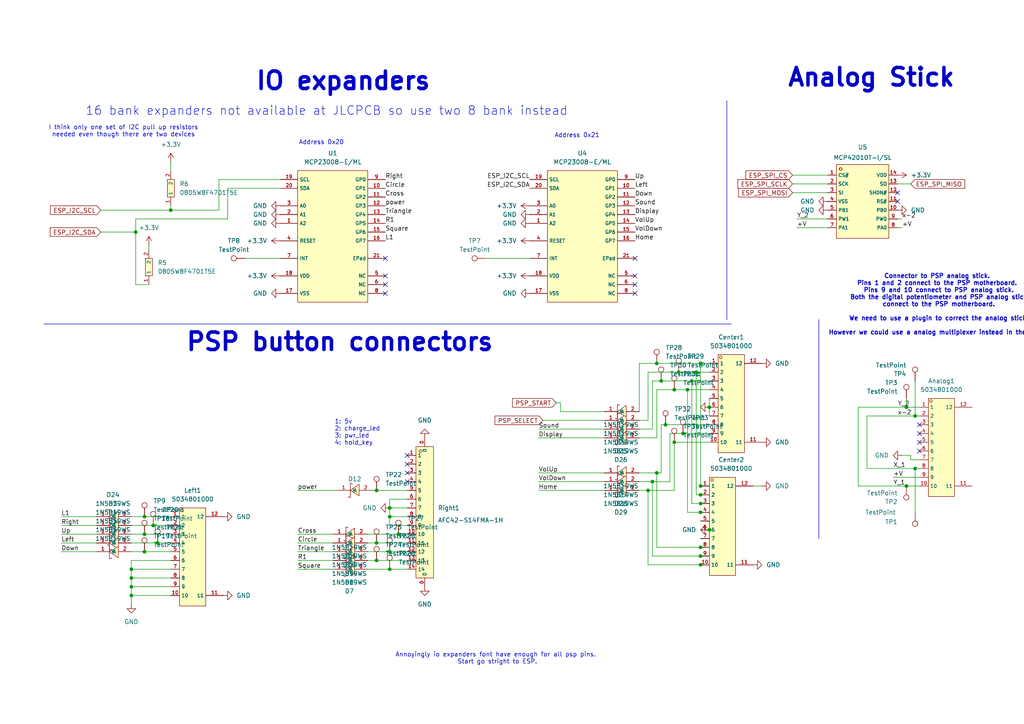
<source format=kicad_sch>
(kicad_sch (version 20231120) (generator "eeschema") (generator_version "8.0")
  (paper "A4")
  (title_block (title "PSP-Bluetooth") (date "2024-07-25") (rev "0.1") (comment 2 "https://github.com/ste2425/PSP-Bluetooth") (comment 4 "UNDER REVIEW - SUBJECT TO CHANGE"))
  (lib_symbols
    (symbol "5034801000_1"
      (property "Reference" "P" (at 0 1.27 0))
      (property "Value" "5034801000" (at 0 -2.54 0))
      (symbol "5034801000_1_0_1"
        (rectangle (start -1.27 13.97) (end 6.35 -14.478) (fill (type background)))
        (circle (center -0.508 13.208) (radius 0.381) (fill (type background)))
        (pin unspecified line (at -3.81 11.43 0) (length 2.54) (name "1") (number "1"))
        (pin unspecified line (at -3.81 -11.43 0) (length 2.54) (name "10") (number "10"))
        (pin unspecified line (at 11.43 -11.43 180) (length 5.08) (name "11") (number "11"))
        (pin unspecified line (at 11.43 11.43 180) (length 5.08) (name "12") (number "12"))
        (pin unspecified line (at -3.81 8.89 0) (length 2.54) (name "2") (number "2"))
        (pin unspecified line (at -3.81 6.35 0) (length 2.54) (name "3") (number "3"))
        (pin unspecified line (at -3.81 3.81 0) (length 2.54) (name "4") (number "4"))
        (pin unspecified line (at -3.81 1.27 0) (length 2.54) (name "5") (number "5"))
        (pin unspecified line (at -3.81 -1.27 0) (length 2.54) (name "6") (number "6"))
        (pin unspecified line (at -3.81 -3.81 0) (length 2.54) (name "7") (number "7"))
        (pin unspecified line (at -3.81 -6.35 0) (length 2.54) (name "8") (number "8"))
        (pin unspecified line (at -3.81 -8.89 0) (length 2.54) (name "9") (number "9"))
      )
    )
    (symbol "Connector:TestPoint" (pin_numbers hide) (pin_names (offset 0.762) hide)
      (property "Reference" "TP" (at 0 6.858 0))
      (property "Value" "TestPoint" (at 0 5.08 0))
      (symbol "TestPoint_0_1"
        (circle (center 0 3.302) (radius 0.762))
      )
      (symbol "TestPoint_1_1"
        (pin passive line (at 0 0 90) (length 2.54) (name "1") (number "1"))
      )
    )
    (symbol "JLCPCB_schematic:0805W8F4701T5E"
      (property "Reference" "R" (at 0 1.27 0))
      (property "Value" "0805W8F4701T5E" (at 0 -2.54 0))
      (symbol "0805W8F4701T5E_0_1"
        (rectangle (start -2.54 1.016) (end 2.54 -1.016) (fill (type background)))
        (pin input line (at -5.08 0 0) (length 2.54) (name "1") (number "1"))
        (pin input line (at 5.08 0 180) (length 2.54) (name "2") (number "2"))
      )
    )
    (symbol "JLCPCB_schematic:1N5819WS"
      (property "Reference" "D" (at 0 1.27 0))
      (property "Value" "1N5819WS" (at 0 -2.54 0))
      (symbol "1N5819WS_0_1"
        (polyline (pts (xy -1.27 0) (xy -1.27 -2.032) (xy -0.762 -2.032) (xy -0.762 -1.778)))
        (polyline (pts (xy -1.27 0) (xy -1.27 2.032) (xy -1.778 2.032) (xy -1.778 1.778)))
        (polyline (pts (xy 1.27 1.524) (xy -1.27 0) (xy 1.27 -1.778) (xy 1.27 1.524)) (fill (type background)))
        (pin unspecified line (at -5.08 0 0) (length 3.81) (name "K") (number "1"))
        (pin unspecified line (at 5.08 0 180) (length 3.81) (name "A") (number "2"))
      )
    )
    (symbol "JLCPCB_schematic:AFC42-S14FMA-1H"
      (property "Reference" "U" (at 0 1.27 0))
      (property "Value" "AFC42-S14FMA-1H" (at 0 -2.54 0))
      (symbol "AFC42-S14FMA-1H_0_1"
        (rectangle (start -2.54 19.05) (end 2.54 -19.05) (fill (type background)))
        (circle (center -1.27 17.78) (radius 0.381) (fill (type background)))
        (pin unspecified line (at 0 -21.59 90) (length 2.54) (name "0") (number "0"))
        (pin unspecified line (at 0 21.59 270) (length 2.54) (name "0") (number "0"))
        (pin unspecified line (at -5.08 16.51 0) (length 2.54) (name "1") (number "1"))
        (pin unspecified line (at -5.08 -6.35 0) (length 2.54) (name "10") (number "10"))
        (pin unspecified line (at -5.08 -8.89 0) (length 2.54) (name "11") (number "11"))
        (pin unspecified line (at -5.08 -11.43 0) (length 2.54) (name "12") (number "12"))
        (pin unspecified line (at -5.08 -13.97 0) (length 2.54) (name "13") (number "13"))
        (pin unspecified line (at -5.08 -16.51 0) (length 2.54) (name "14") (number "14"))
        (pin unspecified line (at -5.08 13.97 0) (length 2.54) (name "2") (number "2"))
        (pin unspecified line (at -5.08 11.43 0) (length 2.54) (name "3") (number "3"))
        (pin unspecified line (at -5.08 8.89 0) (length 2.54) (name "4") (number "4"))
        (pin unspecified line (at -5.08 6.35 0) (length 2.54) (name "5") (number "5"))
        (pin unspecified line (at -5.08 3.81 0) (length 2.54) (name "6") (number "6"))
        (pin unspecified line (at -5.08 1.27 0) (length 2.54) (name "7") (number "7"))
        (pin unspecified line (at -5.08 -1.27 0) (length 2.54) (name "8") (number "8"))
        (pin unspecified line (at -5.08 -3.81 0) (length 2.54) (name "9") (number "9"))
      )
    )
    (symbol "JLCPCB_schematic:MCP23008-E/ML"
      (property "Reference" "U" (at 0 1.27 0))
      (property "Value" "MCP23008-E{slash}ML" (at 0 -2.54 0))
      (symbol "MCP23008-E/ML_0_1"
        (rectangle (start -10.16 19.05) (end 10.16 -19.05) (fill (type background)))
        (pin unspecified line (at -15.24 3.81 0) (length 5.08) (name "A2") (number "1"))
        (pin bidirectional line (at 15.24 13.97 180) (length 5.08) (name "GP1") (number "10"))
        (pin bidirectional line (at 15.24 11.43 180) (length 5.08) (name "GP2") (number "11"))
        (pin bidirectional line (at 15.24 8.89 180) (length 5.08) (name "GP3") (number "12"))
        (pin bidirectional line (at 15.24 6.35 180) (length 5.08) (name "GP4") (number "13"))
        (pin bidirectional line (at 15.24 3.81 180) (length 5.08) (name "GP5") (number "14"))
        (pin bidirectional line (at 15.24 1.27 180) (length 5.08) (name "GP6") (number "15"))
        (pin bidirectional line (at 15.24 -1.27 180) (length 5.08) (name "GP7") (number "16"))
        (pin power_in line (at -15.24 -16.51 0) (length 5.08) (name "VSS") (number "17"))
        (pin power_in line (at -15.24 -11.43 0) (length 5.08) (name "VDD") (number "18"))
        (pin unspecified line (at -15.24 16.51 0) (length 5.08) (name "SCL") (number "19"))
        (pin unspecified line (at -15.24 6.35 0) (length 5.08) (name "A1") (number "2"))
        (pin bidirectional line (at -15.24 13.97 0) (length 5.08) (name "SDA") (number "20"))
        (pin unspecified line (at 15.24 -6.35 180) (length 5.08) (name "EPad") (number "21"))
        (pin unspecified line (at -15.24 8.89 0) (length 5.08) (name "A0") (number "3"))
        (pin unspecified line (at -15.24 -1.27 0) (length 5.08) (name "RESET") (number "4"))
        (pin unspecified line (at 15.24 -11.43 180) (length 5.08) (name "NC") (number "5"))
        (pin unspecified line (at 15.24 -13.97 180) (length 5.08) (name "NC") (number "6"))
        (pin unspecified line (at -15.24 -6.35 0) (length 5.08) (name "INT") (number "7"))
        (pin unspecified line (at 15.24 -16.51 180) (length 5.08) (name "NC") (number "8"))
        (pin bidirectional line (at 15.24 16.51 180) (length 5.08) (name "GP0") (number "9"))
      )
    )
    (symbol "JLCPCB_schematic:MCP42010T-I/SL"
      (property "Reference" "U" (at 0 1.27 0))
      (property "Value" "MCP42010T-I{slash}SL" (at 0 -2.54 0))
      (symbol "MCP42010T-I/SL_0_1"
        (rectangle (start -7.62 10.668) (end 7.62 -10.668) (fill (type background)))
        (circle (center -6.35 9.398) (radius 0.381) (fill (type background)))
        (circle (center -6.35 9.398) (radius 0.381) (fill (type background)))
        (pin unspecified line (at -10.16 7.62 0) (length 2.54) (name "CS#") (number "1"))
        (pin unspecified line (at 10.16 -2.54 180) (length 2.54) (name "PB0") (number "10"))
        (pin unspecified line (at 10.16 0 180) (length 2.54) (name "RS#") (number "11"))
        (pin unspecified line (at 10.16 2.54 180) (length 2.54) (name "SHDN#") (number "12"))
        (pin unspecified line (at 10.16 5.08 180) (length 2.54) (name "SO") (number "13"))
        (pin unspecified line (at 10.16 7.62 180) (length 2.54) (name "VDD") (number "14"))
        (pin unspecified line (at -10.16 5.08 0) (length 2.54) (name "SCK") (number "2"))
        (pin unspecified line (at -10.16 2.54 0) (length 2.54) (name "SI") (number "3"))
        (pin unspecified line (at -10.16 0 0) (length 2.54) (name "VSS") (number "4"))
        (pin unspecified line (at -10.16 -2.54 0) (length 2.54) (name "PB1") (number "5"))
        (pin unspecified line (at -10.16 -5.08 0) (length 2.54) (name "PW1") (number "6"))
        (pin unspecified line (at -10.16 -7.62 0) (length 2.54) (name "PA1") (number "7"))
        (pin unspecified line (at 10.16 -7.62 180) (length 2.54) (name "PA0") (number "8"))
        (pin unspecified line (at 10.16 -5.08 180) (length 2.54) (name "PW0") (number "9"))
      )
    )
    (symbol "power:+3.3V" (power) (pin_numbers hide) (pin_names (offset 0) hide)
      (property "Value" "+3.3V" (at 0 3.556 0))
      (symbol "+3.3V_0_1"
        (polyline (pts (xy -0.762 1.27) (xy 0 2.54)))
        (polyline (pts (xy 0 0) (xy 0 2.54)))
        (polyline (pts (xy 0 2.54) (xy 0.762 1.27)))
      )
      (symbol "+3.3V_1_1"
        (pin power_in line (at 0 0 90) (length 0) (name "~") (number "1"))
      )
    )
    (symbol "power:GND" (power) (pin_numbers hide) (pin_names (offset 0) hide)
      (property "Value" "GND" (at 0 -3.81 0))
      (symbol "GND_0_1"
        (polyline (pts (xy 0 0) (xy 0 -1.27) (xy 1.27 -1.27) (xy 0 -2.54) (xy -1.27 -1.27) (xy 0 -1.27)))
      )
      (symbol "GND_1_1"
        (pin power_in line (at 0 0 270) (length 0) (name "~") (number "1"))
      )
    )
  )
  (junction (at 113.03 147.32))
  (junction (at 262.89 140.97))
  (junction (at 187.96 142.24))
  (junction (at 113.03 149.86))
  (junction (at 201.93 107.95))
  (junction (at 41.91 160.02))
  (junction (at 115.57 154.94))
  (junction (at 109.22 162.56))
  (junction (at 193.04 123.19))
  (junction (at 109.22 142.24))
  (junction (at 203.2 105.41))
  (junction (at 49.53 60.96))
  (junction (at 196.85 107.95))
  (junction (at 109.22 157.48))
  (junction (at 39.37 67.31))
  (junction (at 265.43 135.89))
  (junction (at 203.2 143.51))
  (junction (at 203.2 146.05))
  (junction (at 199.39 113.03))
  (junction (at 38.1 165.1))
  (junction (at 198.12 125.73))
  (junction (at 205.74 118.11))
  (junction (at 262.89 118.11))
  (junction (at 203.2 163.83))
  (junction (at 203.2 158.75))
  (junction (at 200.66 110.49))
  (junction (at 113.03 160.02))
  (junction (at 45.72 157.48))
  (junction (at 190.5 137.16))
  (junction (at 203.2 161.29))
  (junction (at 113.03 165.1))
  (junction (at 195.58 128.27))
  (junction (at 265.43 120.65))
  (junction (at 189.23 139.7))
  (junction (at 41.91 149.86))
  (junction (at 195.58 113.03))
  (junction (at 203.2 140.97))
  (junction (at 38.1 172.72))
  (junction (at 44.45 152.4))
  (junction (at 190.5 105.41))
  (junction (at 205.74 153.67))
  (junction (at 41.91 154.94))
  (junction (at 203.2 148.59))
  (junction (at 38.1 170.18))
  (junction (at 191.77 110.49))
  (junction (at 38.1 167.64))
  (no_connect (at 266.7 125.73))
  (no_connect (at 111.76 85.09))
  (no_connect (at 260.35 58.42))
  (no_connect (at 118.11 132.08))
  (no_connect (at 111.76 82.55))
  (no_connect (at 111.76 74.93))
  (no_connect (at 266.7 130.81))
  (no_connect (at 118.11 134.62))
  (no_connect (at 184.15 85.09))
  (no_connect (at 260.35 55.88))
  (no_connect (at 184.15 74.93))
  (no_connect (at 266.7 123.19))
  (no_connect (at 266.7 128.27))
  (no_connect (at 118.11 139.7))
  (no_connect (at 111.76 80.01))
  (no_connect (at 184.15 80.01))
  (no_connect (at 184.15 82.55))
  (no_connect (at 118.11 137.16))
  (wire (pts (xy 205.74 156.21) (xy 203.2 156.21)))
  (wire (pts (xy 29.21 67.31) (xy 39.37 67.31)))
  (wire (pts (xy 106.68 160.02) (xy 113.03 160.02)))
  (wire (pts (xy 259.08 138.43) (xy 266.7 138.43)))
  (wire (pts (xy 265.43 110.49) (xy 265.43 120.65)))
  (wire (pts (xy 229.87 50.8) (xy 240.03 50.8)))
  (wire (pts (xy 17.78 154.94) (xy 27.94 154.94)))
  (wire (pts (xy 118.11 149.86) (xy 113.03 149.86)))
  (wire (pts (xy 190.5 127) (xy 190.5 113.03)))
  (wire (pts (xy 63.5 60.96) (xy 63.5 52.07)))
  (wire (pts (xy 140.97 74.93) (xy 153.67 74.93)))
  (wire (pts (xy 17.78 160.02) (xy 27.94 160.02)))
  (wire (pts (xy 265.43 120.65) (xy 266.7 120.65)))
  (wire (pts (xy 156.21 142.24) (xy 175.26 142.24)))
  (wire (pts (xy 185.42 127) (xy 190.5 127)))
  (wire (pts (xy 43.18 71.12) (xy 43.18 72.39)))
  (wire (pts (xy 41.91 154.94) (xy 49.53 154.94)))
  (wire (pts (xy 71.12 74.93) (xy 81.28 74.93)))
  (wire (pts (xy 38.1 172.72) (xy 49.53 172.72)))
  (wire (pts (xy 205.74 115.57) (xy 205.74 118.11)))
  (wire (pts (xy 118.11 144.78) (xy 113.03 144.78)))
  (wire (pts (xy 113.03 152.4) (xy 113.03 149.86)))
  (wire (pts (xy 229.87 55.88) (xy 240.03 55.88)))
  (wire (pts (xy 193.04 123.19) (xy 205.74 123.19)))
  (wire (pts (xy 157.48 121.92) (xy 175.26 121.92)))
  (wire (pts (xy 200.66 146.05) (xy 200.66 110.49)))
  (wire (pts (xy 113.03 149.86) (xy 113.03 147.32)))
  (wire (pts (xy 203.2 140.97) (xy 203.2 105.41)))
  (wire (pts (xy 265.43 135.89) (xy 266.7 135.89)))
  (wire (pts (xy 86.36 165.1) (xy 96.52 165.1)))
  (wire (pts (xy 185.42 105.41) (xy 185.42 119.38)))
  (wire (pts (xy 38.1 162.56) (xy 38.1 165.1)))
  (wire (pts (xy 107.95 142.24) (xy 109.22 142.24)))
  (wire (pts (xy 187.96 121.92) (xy 187.96 107.95)))
  (wire (pts (xy 194.31 125.73) (xy 198.12 125.73)))
  (wire (pts (xy 162.56 119.38) (xy 175.26 119.38)))
  (wire (pts (xy 196.85 107.95) (xy 201.93 107.95)))
  (wire (pts (xy 38.1 149.86) (xy 41.91 149.86)))
  (wire (pts (xy 260.35 66.04) (xy 261.62 66.04)))
  (wire (pts (xy 260.35 63.5) (xy 261.62 63.5)))
  (polyline (pts (xy 12.7 93.98) (xy 212.09 93.98)))
  (wire (pts (xy 195.58 128.27) (xy 205.74 128.27)))
  (wire (pts (xy 106.68 165.1) (xy 113.03 165.1)))
  (wire (pts (xy 86.36 160.02) (xy 96.52 160.02)))
  (wire (pts (xy 115.57 154.94) (xy 118.11 154.94)))
  (wire (pts (xy 38.1 157.48) (xy 45.72 157.48)))
  (wire (pts (xy 190.5 137.16) (xy 191.77 137.16)))
  (wire (pts (xy 205.74 140.97) (xy 203.2 140.97)))
  (wire (pts (xy 106.68 157.48) (xy 109.22 157.48)))
  (wire (pts (xy 185.42 137.16) (xy 190.5 137.16)))
  (wire (pts (xy 203.2 146.05) (xy 200.66 146.05)))
  (wire (pts (xy 86.36 162.56) (xy 96.52 162.56)))
  (wire (pts (xy 81.28 54.61) (xy 66.04 54.61)))
  (wire (pts (xy 231.14 63.5) (xy 240.03 63.5)))
  (wire (pts (xy 220.98 140.97) (xy 218.44 140.97)))
  (wire (pts (xy 39.37 82.55) (xy 39.37 67.31)))
  (wire (pts (xy 38.1 170.18) (xy 38.1 172.72)))
  (wire (pts (xy 199.39 113.03) (xy 205.74 113.03)))
  (wire (pts (xy 113.03 165.1) (xy 118.11 165.1)))
  (wire (pts (xy 38.1 167.64) (xy 38.1 170.18)))
  (wire (pts (xy 113.03 160.02) (xy 118.11 160.02)))
  (wire (pts (xy 266.7 133.35) (xy 264.16 133.35)))
  (wire (pts (xy 187.96 142.24) (xy 195.58 142.24)))
  (wire (pts (xy 190.5 105.41) (xy 203.2 105.41)))
  (wire (pts (xy 189.23 124.46) (xy 189.23 110.49)))
  (wire (pts (xy 49.53 46.99) (xy 49.53 49.53)))
  (wire (pts (xy 251.46 135.89) (xy 265.43 135.89)))
  (wire (pts (xy 205.74 148.59) (xy 203.2 148.59)))
  (wire (pts (xy 205.74 143.51) (xy 203.2 143.51)))
  (wire (pts (xy 161.29 116.84) (xy 162.56 116.84)))
  (wire (pts (xy 17.78 157.48) (xy 27.94 157.48)))
  (wire (pts (xy 162.56 116.84) (xy 162.56 119.38)))
  (wire (pts (xy 205.74 153.67) (xy 205.74 156.21)))
  (wire (pts (xy 198.12 125.73) (xy 205.74 125.73)))
  (wire (pts (xy 118.11 152.4) (xy 113.03 152.4)))
  (wire (pts (xy 156.21 127) (xy 175.26 127)))
  (wire (pts (xy 260.35 53.34) (xy 264.16 53.34)))
  (wire (pts (xy 39.37 67.31) (xy 39.37 63.5)))
  (wire (pts (xy 38.1 170.18) (xy 49.53 170.18)))
  (wire (pts (xy 191.77 110.49) (xy 200.66 110.49)))
  (wire (pts (xy 109.22 162.56) (xy 118.11 162.56)))
  (wire (pts (xy 205.74 161.29) (xy 203.2 161.29)))
  (wire (pts (xy 39.37 63.5) (xy 66.04 63.5)))
  (wire (pts (xy 205.74 151.13) (xy 205.74 153.67)))
  (wire (pts (xy 17.78 152.4) (xy 27.94 152.4)))
  (wire (pts (xy 265.43 148.59) (xy 265.43 135.89)))
  (wire (pts (xy 156.21 137.16) (xy 175.26 137.16)))
  (wire (pts (xy 106.68 154.94) (xy 115.57 154.94)))
  (wire (pts (xy 251.46 135.89) (xy 251.46 120.65)))
  (wire (pts (xy 63.5 52.07) (xy 81.28 52.07)))
  (wire (pts (xy 264.16 133.35) (xy 264.16 132.08)))
  (polyline (pts (xy 210.82 29.21) (xy 210.82 92.71)))
  (wire (pts (xy 49.53 60.96) (xy 63.5 60.96)))
  (wire (pts (xy 113.03 147.32) (xy 113.03 144.78)))
  (wire (pts (xy 262.89 115.57) (xy 262.89 118.11)))
  (wire (pts (xy 41.91 160.02) (xy 49.53 160.02)))
  (wire (pts (xy 262.89 118.11) (xy 266.7 118.11)))
  (wire (pts (xy 38.1 165.1) (xy 38.1 167.64)))
  (wire (pts (xy 251.46 120.65) (xy 265.43 120.65)))
  (wire (pts (xy 118.11 147.32) (xy 113.03 147.32)))
  (wire (pts (xy 86.36 142.24) (xy 97.79 142.24)))
  (wire (pts (xy 194.31 139.7) (xy 194.31 125.73)))
  (wire (pts (xy 49.53 59.69) (xy 49.53 60.96)))
  (wire (pts (xy 156.21 124.46) (xy 175.26 124.46)))
  (wire (pts (xy 189.23 139.7) (xy 194.31 139.7)))
  (wire (pts (xy 185.42 142.24) (xy 187.96 142.24)))
  (wire (pts (xy 185.42 105.41) (xy 190.5 105.41)))
  (wire (pts (xy 205.74 146.05) (xy 203.2 146.05)))
  (wire (pts (xy 248.92 118.11) (xy 262.89 118.11)))
  (wire (pts (xy 195.58 142.24) (xy 195.58 128.27)))
  (polyline (pts (xy 237.49 92.71) (xy 237.49 156.21)))
  (wire (pts (xy 229.87 53.34) (xy 240.03 53.34)))
  (wire (pts (xy 156.21 139.7) (xy 175.26 139.7)))
  (wire (pts (xy 86.36 154.94) (xy 96.52 154.94)))
  (wire (pts (xy 49.53 162.56) (xy 38.1 162.56)))
  (wire (pts (xy 201.93 143.51) (xy 201.93 107.95)))
  (wire (pts (xy 205.74 158.75) (xy 203.2 158.75)))
  (wire (pts (xy 190.5 158.75) (xy 190.5 137.16)))
  (wire (pts (xy 262.89 140.97) (xy 266.7 140.97)))
  (wire (pts (xy 38.1 152.4) (xy 44.45 152.4)))
  (wire (pts (xy 203.2 143.51) (xy 201.93 143.51)))
  (wire (pts (xy 17.78 149.86) (xy 27.94 149.86)))
  (wire (pts (xy 109.22 142.24) (xy 118.11 142.24)))
  (wire (pts (xy 191.77 123.19) (xy 193.04 123.19)))
  (wire (pts (xy 191.77 137.16) (xy 191.77 123.19)))
  (wire (pts (xy 205.74 153.67) (xy 203.2 153.67)))
  (wire (pts (xy 203.2 163.83) (xy 187.96 163.83)))
  (wire (pts (xy 38.1 167.64) (xy 49.53 167.64)))
  (wire (pts (xy 38.1 172.72) (xy 38.1 175.26)))
  (wire (pts (xy 203.2 148.59) (xy 199.39 148.59)))
  (wire (pts (xy 264.16 132.08) (xy 261.62 132.08)))
  (wire (pts (xy 203.2 105.41) (xy 205.74 105.41)))
  (wire (pts (xy 195.58 113.03) (xy 199.39 113.03)))
  (wire (pts (xy 86.36 157.48) (xy 96.52 157.48)))
  (wire (pts (xy 38.1 154.94) (xy 41.91 154.94)))
  (wire (pts (xy 190.5 113.03) (xy 195.58 113.03)))
  (wire (pts (xy 41.91 149.86) (xy 49.53 149.86)))
  (wire (pts (xy 106.68 162.56) (xy 109.22 162.56)))
  (wire (pts (xy 199.39 148.59) (xy 199.39 113.03)))
  (wire (pts (xy 29.21 60.96) (xy 49.53 60.96)))
  (wire (pts (xy 231.14 66.04) (xy 240.03 66.04)))
  (wire (pts (xy 248.92 140.97) (xy 262.89 140.97)))
  (wire (pts (xy 44.45 152.4) (xy 49.53 152.4)))
  (wire (pts (xy 189.23 110.49) (xy 191.77 110.49)))
  (wire (pts (xy 43.18 82.55) (xy 39.37 82.55)))
  (wire (pts (xy 203.2 158.75) (xy 190.5 158.75)))
  (wire (pts (xy 185.42 139.7) (xy 189.23 139.7)))
  (wire (pts (xy 189.23 161.29) (xy 189.23 139.7)))
  (wire (pts (xy 66.04 54.61) (xy 66.04 63.5)))
  (wire (pts (xy 187.96 107.95) (xy 196.85 107.95)))
  (wire (pts (xy 248.92 140.97) (xy 248.92 118.11)))
  (wire (pts (xy 205.74 163.83) (xy 203.2 163.83)))
  (wire (pts (xy 38.1 165.1) (xy 49.53 165.1)))
  (wire (pts (xy 187.96 163.83) (xy 187.96 142.24)))
  (wire (pts (xy 205.74 151.13) (xy 203.2 151.13)))
  (wire (pts (xy 38.1 160.02) (xy 41.91 160.02)))
  (wire (pts (xy 45.72 157.48) (xy 49.53 157.48)))
  (wire (pts (xy 205.74 118.11) (xy 205.74 120.65)))
  (wire (pts (xy 201.93 107.95) (xy 205.74 107.95)))
  (wire (pts (xy 109.22 157.48) (xy 118.11 157.48)))
  (wire (pts (xy 185.42 124.46) (xy 189.23 124.46)))
  (wire (pts (xy 203.2 161.29) (xy 189.23 161.29)))
  (wire (pts (xy 185.42 121.92) (xy 187.96 121.92)))
  (wire (pts (xy 200.66 110.49) (xy 205.74 110.49)))
  (text "16 bank expanders not available at JLCPCB so use two 8 bank instead" (at 94.742 32.258 0) (effects (font (size 2.54 2.54))))
  (text "PSP button connectors" (at 98.552 99.314 0) (effects (font (size 5.08 5.08) (thickness 1.016) (bold yes))))
  (text "1: 5v\n2: charge_led\n3: pwr_led\n4: hold_key" (at 97.028 125.476 0) (effects (font (size 1.27 1.27)) (justify left)))
  (text "Annoyingly io expanders font have enough for all psp pins. \nStart go stright to ESP." (at 144.272 191.008 0) (effects (font (size 1.27 1.27))))
  (text "Address 0x21" (at 167.386 39.37 0) (effects (font (size 1.27 1.27))))
  (text "I think only one set of I2C pull up resistors\nneeded even though there are two devices" (at 35.814 38.1 0) (effects (font (size 1.27 1.27))))
  (text "Analog Stick" (at 252.73 22.606 0) (effects (font (size 5.08 5.08) (thickness 1.016) (bold yes))))
  (text "Address 0x20" (at 93.218 41.402 0) (effects (font (size 1.27 1.27))))
  (text "Connector to PSP analog stick. \nPins 1 and 2 connect to the PSP motherboard. \nPins 9 and 10 connect to PSP analog stick.\nBoth the digital potentiometer and PSP analog stick\nconnect to the PSP motherboard.\n\nWe need to use a plugin to correct the analog stick.\n\nHowever we could use a analog multiplexer instead in the future" (at 272.288 88.392 0) (effects (font (size 1.27 1.27) (bold yes))))
  (text "IO expanders" (at 99.568 23.622 0) (effects (font (size 5.08 5.08) (bold yes))))
  (label "x-2" (at 261.62 63.5 0))
  (label "Home" (at 184.15 69.85 0))
  (label "Left" (at 17.78 157.48 0))
  (label "Cross" (at 86.36 154.94 0))
  (label "Left" (at 184.15 54.61 0))
  (label "X_1" (at 259.08 135.89 0))
  (label "ESP_I2C_SCL" (at 153.67 52.07 180))
  (label "VolDown" (at 184.15 67.31 0))
  (label "Y_2" (at 231.14 63.5 0))
  (label "VolUp" (at 156.21 137.16 0))
  (label "+V" (at 259.08 138.43 0))
  (label "Y_2" (at 260.35 118.11 0))
  (label "R1" (at 86.36 162.56 0))
  (label "Display" (at 156.21 127 0))
  (label "Down" (at 17.78 160.02 0))
  (label "Triangle" (at 86.36 160.02 0))
  (label "+V" (at 231.14 66.04 0))
  (label "x-2" (at 260.35 120.65 0))
  (label "Right" (at 17.78 152.4 0))
  (label "Display" (at 184.15 62.23 0))
  (label "L1" (at 111.76 69.85 0))
  (label "R1" (at 111.76 64.77 0))
  (label "L1" (at 17.78 149.86 0))
  (label "+V" (at 261.62 66.04 0))
  (label "VolUp" (at 184.15 64.77 0))
  (label "Circle" (at 86.36 157.48 0))
  (label "Square" (at 111.76 67.31 0))
  (label "power" (at 111.76 59.69 0))
  (label "power" (at 86.36 142.24 0))
  (label "Sound" (at 156.21 124.46 0))
  (label "Home" (at 156.21 142.24 0))
  (label "Square" (at 86.36 165.1 0))
  (label "Circle" (at 111.76 54.61 0))
  (label "Right" (at 111.76 52.07 0))
  (label "Cross" (at 111.76 57.15 0))
  (label "Y_1" (at 259.08 140.97 0))
  (label "Triangle" (at 111.76 62.23 0))
  (label "ESP_I2C_SDA" (at 153.67 54.61 180))
  (label "Up" (at 184.15 52.07 0))
  (label "Sound" (at 184.15 59.69 0))
  (label "Up" (at 17.78 154.94 0))
  (label "VolDown" (at 156.21 139.7 0))
  (label "Down" (at 184.15 57.15 0))
  (global_label "ESP_SPI_MOSI" (shape input) (at 229.87 55.88 180) (property "Intersheetrefs" "${INTERSHEET_REFS}" (effects (hide yes))))
  (global_label "ESP_I2C_SDA" (shape input) (at 29.21 67.31 180) (property "Intersheetrefs" "${INTERSHEET_REFS}" (effects (hide yes))))
  (global_label "ESP_I2C_SCL" (shape input) (at 29.21 60.96 180) (property "Intersheetrefs" "${INTERSHEET_REFS}" (effects (hide yes))))
  (global_label "ESP_SPI_MISO" (shape input) (at 264.16 53.34 0) (property "Intersheetrefs" "${INTERSHEET_REFS}" (effects (hide yes))))
  (global_label "ESP_SPI_CS" (shape input) (at 229.87 50.8 180) (property "Intersheetrefs" "${INTERSHEET_REFS}" (effects (hide yes))))
  (global_label "ESP_SPI_SCLK" (shape input) (at 229.87 53.34 180) (property "Intersheetrefs" "${INTERSHEET_REFS}" (effects (hide yes))))
  (global_label "PSP_SELECT" (shape input) (at 157.48 121.92 180) (property "Intersheetrefs" "${INTERSHEET_REFS}" (effects (hide yes))))
  (global_label "PSP_START" (shape input) (at 161.29 116.84 180) (property "Intersheetrefs" "${INTERSHEET_REFS}" (effects (hide yes))))
  (symbol (lib_id "power:GND") (at 220.98 105.41 90) (unit 1)
    (property "Reference" "#PWR039" (effects (hide yes)))
    (property "Value" "GND" (at 224.79 105.4099 90) (effects (justify right)))
    (property "Description" "Power symbol creates a global label with name \"GND\" , ground" (effects (hide yes)))
  )
  (symbol (lib_id "power:GND") (at 218.44 163.83 90) (unit 1)
    (property "Reference" "#PWR050" (effects (hide yes)))
    (property "Value" "GND" (at 222.25 163.8299 90) (effects (justify right)))
    (property "Description" "Power symbol creates a global label with name \"GND\" , ground" (effects (hide yes)))
  )
  (symbol (lib_id "power:+3.3V") (at 153.67 59.69 90) (unit 1)
    (property "Reference" "#PWR053" (effects (hide yes)))
    (property "Value" "+3.3V" (at 149.86 59.6899 90) (effects (justify left)))
    (property "Description" "Power symbol creates a global label with name \"+3.3V\"" (effects (hide yes)))
  )
  (symbol (lib_id "JLCPCB_schematic:0805W8F4701T5E") (at 43.18 77.47 90) (unit 1)
    (property "Reference" "R5" (at 45.72 76.1999 90) (effects (justify right)))
    (property "Value" "0805W8F4701T5E" (at 45.72 78.7399 90) (effects (justify right)))
    (property "Footprint" "JLCPCB_footprint:R0805" (effects (hide yes)))
    (property "Datasheet" "https://item.szlcsc.com/142685.html" (effects (hide yes)))
    (property "Description" "4.7K" (effects (hide yes)))
    (property "LCSC" "C17673" (effects (hide yes)))
  )
  (symbol (lib_id "power:GND") (at 123.19 127 180) (unit 1)
    (property "Reference" "#PWR068" (effects (hide yes)))
    (property "Value" "GND" (at 123.19 121.92 0))
    (property "Description" "Power symbol creates a global label with name \"GND\" , ground" (effects (hide yes)))
  )
  (symbol (lib_id "power:GND") (at 64.77 172.72 90) (unit 1)
    (property "Reference" "#PWR047" (effects (hide yes)))
    (property "Value" "GND" (at 68.58 172.7199 90) (effects (justify right)))
    (property "Description" "Power symbol creates a global label with name \"GND\" , ground" (effects (hide yes)))
  )
  (symbol (lib_id "power:+3.3V") (at 81.28 69.85 90) (unit 1)
    (property "Reference" "#PWR043" (effects (hide yes)))
    (property "Value" "+3.3V" (at 77.47 69.8499 90) (effects (justify left)))
    (property "Description" "Power symbol creates a global label with name \"+3.3V\"" (effects (hide yes)))
  )
  (symbol (lib_id "power:GND") (at 153.67 62.23 270) (unit 1)
    (property "Reference" "#PWR054" (effects (hide yes)))
    (property "Value" "GND" (at 149.86 62.2299 90) (effects (justify right)))
    (property "Description" "Power symbol creates a global label with name \"GND\" , ground" (effects (hide yes)))
  )
  (symbol (lib_id "JLCPCB_schematic:1N5819WS") (at 33.02 157.48 0) (unit 1)
    (property "Reference" "D5" (at 32.766 151.13 0))
    (property "Value" "1N5819WS" (at 32.766 153.67 0))
    (property "Footprint" "JLCPCB_footprint:SOD-323_L1.8-W1.3-LS2.5-RD" (effects (hide yes)))
    (property "Datasheet" "https://item.szlcsc.com/295156.html" (effects (hide yes)))
    (property "Description" "shotkey diode" (effects (hide yes)))
    (property "LCSC" "C191023" (effects (hide yes)))
  )
  (symbol (lib_id "power:GND") (at 153.67 64.77 270) (unit 1)
    (property "Reference" "#PWR055" (effects (hide yes)))
    (property "Value" "GND" (at 149.86 64.7699 90) (effects (justify right)))
    (property "Description" "Power symbol creates a global label with name \"GND\" , ground" (effects (hide yes)))
  )
  (symbol (lib_id "power:GND") (at 123.19 170.18 0) (unit 1)
    (property "Reference" "#PWR069" (effects (hide yes)))
    (property "Value" "GND" (at 123.19 175.26 0))
    (property "Description" "Power symbol creates a global label with name \"GND\" , ground" (effects (hide yes)))
  )
  (symbol (lib_id "Connector:TestPoint") (at 71.12 74.93 90) (unit 1)
    (property "Reference" "TP8" (at 67.818 69.85 90))
    (property "Value" "TestPoint" (at 67.818 72.39 90))
    (property "Footprint" "TestPoint:TestPoint_Pad_1.5x1.5mm" (effects (hide yes)))
    (property "Description" "test point" (effects (hide yes)))
  )
  (symbol (lib_id "power:+3.3V") (at 153.67 80.01 90) (unit 1)
    (property "Reference" "#PWR012" (effects (hide yes)))
    (property "Value" "+3.3V" (at 149.86 80.0099 90) (effects (justify left)))
    (property "Description" "Power symbol creates a global label with name \"+3.3V\"" (effects (hide yes)))
  )
  (symbol (lib_id "Connector:TestPoint") (at 41.91 160.02 0) (unit 1)
    (property "Reference" "TP19" (at 44.45 155.4479 0) (effects (justify left)))
    (property "Value" "TestPoint" (at 44.45 157.9879 0) (effects (justify left)))
    (property "Footprint" "TestPoint:TestPoint_Pad_1.0x1.0mm" (effects (hide yes)))
    (property "Description" "test point" (effects (hide yes)))
  )
  (symbol (lib_id "JLCPCB_schematic:1N5819WS") (at 101.6 165.1 0) (mirror x) (unit 1)
    (property "Reference" "D7" (at 101.346 171.45 0))
    (property "Value" "1N5819WS" (at 101.346 168.91 0))
    (property "Footprint" "JLCPCB_footprint:SOD-323_L1.8-W1.3-LS2.5-RD" (effects (hide yes)))
    (property "Datasheet" "https://item.szlcsc.com/295156.html" (effects (hide yes)))
    (property "Description" "shotkey diode" (effects (hide yes)))
    (property "LCSC" "C191023" (effects (hide yes)))
  )
  (symbol (lib_id "power:GND") (at 261.62 132.08 270) (unit 1)
    (property "Reference" "#PWR040" (effects (hide yes)))
    (property "Value" "GND" (at 257.81 132.0799 90) (effects (justify right)))
    (property "Description" "Power symbol creates a global label with name \"GND\" , ground" (effects (hide yes)))
  )
  (symbol (lib_id "power:GND") (at 38.1 175.26 0) (unit 1)
    (property "Reference" "#PWR037" (effects (hide yes)))
    (property "Value" "GND" (at 38.1 180.34 0))
    (property "Description" "Power symbol creates a global label with name \"GND\" , ground" (effects (hide yes)))
  )
  (symbol (lib_name "5034801000_1") (lib_id "JLCPCB_schematic:5034801000") (at 209.55 116.84 0) (unit 1)
    (property "Reference" "Center1" (at 212.09 97.79 0))
    (property "Value" "5034801000" (at 212.09 100.33 0))
    (property "Footprint" "JLCPCB_footprint:FPC-SMD_5034801000" (effects (hide yes)))
    (property "Datasheet" "https://item.szlcsc.com/138637.html" (effects (hide yes)))
    (property "Description" "10pin FFC" (effects (hide yes)))
    (property "LCSC" "C127355" (effects (hide yes)))
  )
  (symbol (lib_id "Connector:TestPoint") (at 262.89 140.97 180) (unit 1)
    (property "Reference" "TP2" (at 260.35 145.5421 0) (effects (justify left)))
    (property "Value" "TestPoint" (at 260.35 143.0021 0) (effects (justify left)))
    (property "Footprint" "TestPoint:TestPoint_Pad_1.5x1.5mm" (effects (hide yes)))
    (property "Description" "test point" (effects (hide yes)))
  )
  (symbol (lib_id "Connector:TestPoint") (at 109.22 162.56 0) (unit 1)
    (property "Reference" "TP24" (at 111.76 157.9879 0) (effects (justify left)))
    (property "Value" "TestPoint" (at 111.76 160.5279 0) (effects (justify left)))
    (property "Footprint" "TestPoint:TestPoint_Pad_1.0x1.0mm" (effects (hide yes)))
    (property "Description" "test point" (effects (hide yes)))
  )
  (symbol (lib_id "JLCPCB_schematic:AFC42-S14FMA-1H") (at 123.19 148.59 0) (unit 1)
    (property "Reference" "Right1" (at 127 147.3199 0) (effects (justify left)))
    (property "Value" "AFC42-S14FMA-1H" (at 127 150.876 0) (effects (justify left)))
    (property "Footprint" "JLCPCB_footprint:CONN-SMD_14P-P0.50_L3.1-W9.0" (effects (hide yes)))
    (property "Datasheet" "https://item.szlcsc.com/472046.html?ref=editor&logined=true" (effects (hide yes)))
    (property "Description" "14pin 0.5mm pitch 1mm height top/bottom contacts" (effects (hide yes)))
    (property "LCSC" "C466533" (effects (hide yes)))
  )
  (symbol (lib_id "power:GND") (at 153.67 85.09 270) (unit 1)
    (property "Reference" "#PWR03" (effects (hide yes)))
    (property "Value" "GND" (at 149.86 85.0899 90) (effects (justify right)))
    (property "Description" "Power symbol creates a global label with name \"GND\" , ground" (effects (hide yes)))
  )
  (symbol (lib_id "JLCPCB_schematic:1N5819WS") (at 101.6 157.48 0) (mirror x) (unit 1)
    (property "Reference" "D10" (at 101.346 163.83 0))
    (property "Value" "1N5819WS" (at 101.346 161.29 0))
    (property "Footprint" "JLCPCB_footprint:SOD-323_L1.8-W1.3-LS2.5-RD" (effects (hide yes)))
    (property "Datasheet" "https://item.szlcsc.com/295156.html" (effects (hide yes)))
    (property "Description" "shotkey diode" (effects (hide yes)))
    (property "LCSC" "C191023" (effects (hide yes)))
  )
  (symbol (lib_name "5034801000_1") (lib_id "JLCPCB_schematic:5034801000") (at 270.51 129.54 0) (unit 1)
    (property "Reference" "Analog1" (at 273.05 110.49 0))
    (property "Value" "5034801000" (at 273.05 113.03 0))
    (property "Footprint" "JLCPCB_footprint:FPC-SMD_5034801000" (effects (hide yes)))
    (property "Datasheet" "https://item.szlcsc.com/138637.html" (effects (hide yes)))
    (property "Description" "10pin FFC" (effects (hide yes)))
    (property "LCSC" "C127355" (effects (hide yes)))
  )
  (symbol (lib_id "Connector:TestPoint") (at 109.22 157.48 0) (unit 1)
    (property "Reference" "TP23" (at 111.76 152.9079 0) (effects (justify left)))
    (property "Value" "TestPoint" (at 111.76 155.4479 0) (effects (justify left)))
    (property "Footprint" "TestPoint:TestPoint_Pad_1.0x1.0mm" (effects (hide yes)))
    (property "Description" "test point" (effects (hide yes)))
  )
  (symbol (lib_id "Connector:TestPoint") (at 265.43 148.59 180) (unit 1)
    (property "Reference" "TP1" (at 260.35 151.384 0) (effects (justify left)))
    (property "Value" "TestPoint" (at 259.842 148.59 0) (effects (justify left)))
    (property "Footprint" "TestPoint:TestPoint_Pad_1.5x1.5mm" (effects (hide yes)))
    (property "Description" "test point" (effects (hide yes)))
  )
  (symbol (lib_id "JLCPCB_schematic:MCP23008-E/ML") (at 168.91 68.58 0) (unit 1)
    (property "Reference" "U4" (at 168.91 44.45 0))
    (property "Value" "MCP23008-E/ML" (at 168.91 46.99 0))
    (property "Footprint" "JLCPCB_footprint:QFN-20_L4.0-W4.0-P0.50-BL-EP2.7" (effects (hide yes)))
    (property "Datasheet" "https://item.szlcsc.com/476102.html" (effects (hide yes)))
    (property "Description" "IO Expander 8pin" (effects (hide yes)))
    (property "LCSC" "C144211" (effects (hide yes)))
  )
  (symbol (lib_id "power:+3.3V") (at 260.35 50.8 270) (unit 1)
    (property "Reference" "#PWR024" (effects (hide yes)))
    (property "Value" "+3.3V" (at 264.16 50.7999 90) (effects (justify left)))
    (property "Description" "Power symbol creates a global label with name \"+3.3V\"" (effects (hide yes)))
  )
  (symbol (lib_id "Connector:TestPoint") (at 195.58 113.03 0) (unit 1)
    (property "Reference" "TP31" (at 198.12 108.4579 0) (effects (justify left)))
    (property "Value" "TestPoint" (at 198.12 110.9979 0) (effects (justify left)))
    (property "Footprint" "TestPoint:TestPoint_Pad_1.0x1.0mm" (effects (hide yes)))
    (property "Description" "test point" (effects (hide yes)))
  )
  (symbol (lib_id "JLCPCB_schematic:1N5819WS") (at 180.34 119.38 0) (mirror x) (unit 1)
    (property "Reference" "D1" (at 180.086 125.73 0))
    (property "Value" "1N5819WS" (at 180.086 123.19 0))
    (property "Footprint" "JLCPCB_footprint:SOD-323_L1.8-W1.3-LS2.5-RD" (effects (hide yes)))
    (property "Datasheet" "https://item.szlcsc.com/295156.html" (effects (hide yes)))
    (property "Description" "shotkey diode" (effects (hide yes)))
    (property "LCSC" "C191023" (effects (hide yes)))
  )
  (symbol (lib_id "Connector:TestPoint") (at 115.57 154.94 0) (unit 1)
    (property "Reference" "TP27" (at 118.11 150.3679 0) (effects (justify left)))
    (property "Value" "TestPoint" (at 118.11 152.9079 0) (effects (justify left)))
    (property "Footprint" "TestPoint:TestPoint_Pad_1.0x1.0mm" (effects (hide yes)))
    (property "Description" "test point" (effects (hide yes)))
  )
  (symbol (lib_id "Connector:TestPoint") (at 109.22 142.24 0) (unit 1)
    (property "Reference" "TP22" (at 111.76 137.6679 0) (effects (justify left)))
    (property "Value" "TestPoint" (at 111.76 140.2079 0) (effects (justify left)))
    (property "Footprint" "TestPoint:TestPoint_Pad_1.0x1.0mm" (effects (hide yes)))
    (property "Description" "test point" (effects (hide yes)))
  )
  (symbol (lib_id "JLCPCB_schematic:1N5819WS") (at 33.02 149.86 0) (unit 1)
    (property "Reference" "D24" (at 32.766 143.51 0))
    (property "Value" "1N5819WS" (at 32.766 146.05 0))
    (property "Footprint" "JLCPCB_footprint:SOD-323_L1.8-W1.3-LS2.5-RD" (effects (hide yes)))
    (property "Datasheet" "https://item.szlcsc.com/295156.html" (effects (hide yes)))
    (property "Description" "shotkey diode" (effects (hide yes)))
    (property "LCSC" "C191023" (effects (hide yes)))
  )
  (symbol (lib_id "power:GND") (at 205.74 118.11 270) (unit 1)
    (property "Reference" "#PWR064" (effects (hide yes)))
    (property "Value" "GND" (effects (hide yes)))
    (property "Description" "Power symbol creates a global label with name \"GND\" , ground" (effects (hide yes)))
  )
  (symbol (lib_id "Connector:TestPoint") (at 140.97 74.93 90) (unit 1)
    (property "Reference" "TP7" (at 137.668 69.85 90))
    (property "Value" "TestPoint" (at 137.668 72.39 90))
    (property "Footprint" "TestPoint:TestPoint_Pad_1.5x1.5mm" (effects (hide yes)))
    (property "Description" "test point" (effects (hide yes)))
  )
  (symbol (lib_id "JLCPCB_schematic:MCP23008-E/ML") (at 96.52 68.58 0) (unit 1)
    (property "Reference" "U1" (at 96.52 44.45 0))
    (property "Value" "MCP23008-E/ML" (at 96.52 46.99 0))
    (property "Footprint" "JLCPCB_footprint:QFN-20_L4.0-W4.0-P0.50-BL-EP2.7" (effects (hide yes)))
    (property "Datasheet" "https://item.szlcsc.com/476102.html" (effects (hide yes)))
    (property "Description" "IO Expander 8pin" (effects (hide yes)))
    (property "LCSC" "C144211" (effects (hide yes)))
  )
  (symbol (lib_id "Connector:TestPoint") (at 190.5 105.41 0) (unit 1)
    (property "Reference" "TP28" (at 193.04 100.8379 0) (effects (justify left)))
    (property "Value" "TestPoint" (at 193.04 103.3779 0) (effects (justify left)))
    (property "Footprint" "TestPoint:TestPoint_Pad_1.0x1.0mm" (effects (hide yes)))
    (property "Description" "test point" (effects (hide yes)))
  )
  (symbol (lib_id "power:GND") (at 81.28 62.23 270) (unit 1)
    (property "Reference" "#PWR041" (effects (hide yes)))
    (property "Value" "GND" (at 77.47 62.2299 90) (effects (justify right)))
    (property "Description" "Power symbol creates a global label with name \"GND\" , ground" (effects (hide yes)))
  )
  (symbol (lib_id "power:+3.3V") (at 49.53 46.99 0) (unit 1)
    (property "Reference" "#PWR030" (effects (hide yes)))
    (property "Value" "+3.3V" (at 49.53 41.91 0))
    (property "Description" "Power symbol creates a global label with name \"+3.3V\"" (effects (hide yes)))
  )
  (symbol (lib_id "Connector:TestPoint") (at 191.77 110.49 0) (unit 1)
    (property "Reference" "TP30" (at 194.31 105.9179 0) (effects (justify left)))
    (property "Value" "TestPoint" (at 194.31 108.4579 0) (effects (justify left)))
    (property "Footprint" "TestPoint:TestPoint_Pad_1.0x1.0mm" (effects (hide yes)))
    (property "Description" "test point" (effects (hide yes)))
  )
  (symbol (lib_id "power:GND") (at 260.35 60.96 90) (unit 1)
    (property "Reference" "#PWR027" (effects (hide yes)))
    (property "Value" "GND" (at 264.16 60.9599 90) (effects (justify right)))
    (property "Description" "Power symbol creates a global label with name \"GND\" , ground" (effects (hide yes)))
  )
  (symbol (lib_id "power:GND") (at 220.98 140.97 90) (unit 1)
    (property "Reference" "#PWR049" (effects (hide yes)))
    (property "Value" "GND" (at 224.79 140.9699 90) (effects (justify right)))
    (property "Description" "Power symbol creates a global label with name \"GND\" , ground" (effects (hide yes)))
  )
  (symbol (lib_id "JLCPCB_schematic:1N5819WS") (at 33.02 154.94 0) (unit 1)
    (property "Reference" "D4" (at 32.766 148.59 0))
    (property "Value" "1N5819WS" (at 32.766 151.13 0))
    (property "Footprint" "JLCPCB_footprint:SOD-323_L1.8-W1.3-LS2.5-RD" (effects (hide yes)))
    (property "Datasheet" "https://item.szlcsc.com/295156.html" (effects (hide yes)))
    (property "Description" "shotkey diode" (effects (hide yes)))
    (property "LCSC" "C191023" (effects (hide yes)))
  )
  (symbol (lib_id "JLCPCB_schematic:1N5819WS") (at 101.6 160.02 0) (mirror x) (unit 1)
    (property "Reference" "D9" (at 101.346 166.37 0))
    (property "Value" "1N5819WS" (at 101.346 163.83 0))
    (property "Footprint" "JLCPCB_footprint:SOD-323_L1.8-W1.3-LS2.5-RD" (effects (hide yes)))
    (property "Datasheet" "https://item.szlcsc.com/295156.html" (effects (hide yes)))
    (property "Description" "shotkey diode" (effects (hide yes)))
    (property "LCSC" "C191023" (effects (hide yes)))
  )
  (symbol (lib_id "JLCPCB_schematic:0805W8F4701T5E") (at 49.53 54.61 90) (unit 1)
    (property "Reference" "R6" (at 52.07 53.3399 90) (effects (justify right)))
    (property "Value" "0805W8F4701T5E" (at 52.07 55.8799 90) (effects (justify right)))
    (property "Footprint" "JLCPCB_footprint:R0805" (effects (hide yes)))
    (property "Datasheet" "https://item.szlcsc.com/142685.html" (effects (hide yes)))
    (property "Description" "4.7K" (effects (hide yes)))
    (property "LCSC" "C17673" (effects (hide yes)))
  )
  (symbol (lib_name "5034801000_1") (lib_id "JLCPCB_schematic:5034801000") (at 53.34 161.29 0) (unit 1)
    (property "Reference" "Left1" (at 55.88 142.24 0))
    (property "Value" "5034801000" (at 55.88 144.78 0))
    (property "Footprint" "JLCPCB_footprint:FPC-SMD_5034801000" (effects (hide yes)))
    (property "Datasheet" "https://item.szlcsc.com/138637.html" (effects (hide yes)))
    (property "Description" "10pin FFC" (effects (hide yes)))
    (property "LCSC" "C127355" (effects (hide yes)))
  )
  (symbol (lib_id "Connector:TestPoint") (at 198.12 125.73 0) (unit 1)
    (property "Reference" "TP33" (at 200.66 121.1579 0) (effects (justify left)))
    (property "Value" "TestPoint" (at 200.66 123.6979 0) (effects (justify left)))
    (property "Footprint" "TestPoint:TestPoint_Pad_1.0x1.0mm" (effects (hide yes)))
    (property "Description" "test point" (effects (hide yes)))
  )
  (symbol (lib_id "power:GND") (at 81.28 59.69 270) (unit 1)
    (property "Reference" "#PWR020" (effects (hide yes)))
    (property "Value" "GND" (at 77.47 59.6899 90) (effects (justify right)))
    (property "Description" "Power symbol creates a global label with name \"GND\" , ground" (effects (hide yes)))
  )
  (symbol (lib_id "Connector:TestPoint") (at 113.03 160.02 0) (unit 1)
    (property "Reference" "TP25" (at 115.57 155.4479 0) (effects (justify left)))
    (property "Value" "TestPoint" (at 115.57 157.9879 0) (effects (justify left)))
    (property "Footprint" "TestPoint:TestPoint_Pad_1.0x1.0mm" (effects (hide yes)))
    (property "Description" "test point" (effects (hide yes)))
  )
  (symbol (lib_id "JLCPCB_schematic:MCP42010T-I/SL") (at 250.19 58.42 0) (unit 1)
    (property "Reference" "U5" (at 250.19 42.672 0))
    (property "Value" "MCP42010T-I/SL" (at 250.19 45.72 0))
    (property "Footprint" "JLCPCB_footprint:SOIC-14_L10.0-W5.5-P1.27-LS7.8-BL" (effects (hide yes)))
    (property "Datasheet" "https://item.szlcsc.com/7181.html" (effects (hide yes)))
    (property "Description" "10k SPI 256 step digital pot" (effects (hide yes)))
    (property "LCSC" "C54781" (effects (hide yes)))
  )
  (symbol (lib_id "JLCPCB_schematic:1N5819WS") (at 180.34 121.92 0) (mirror x) (unit 1)
    (property "Reference" "D20" (at 180.086 128.27 0))
    (property "Value" "1N5819WS" (at 180.086 125.73 0))
    (property "Footprint" "JLCPCB_footprint:SOD-323_L1.8-W1.3-LS2.5-RD" (effects (hide yes)))
    (property "Datasheet" "https://item.szlcsc.com/295156.html" (effects (hide yes)))
    (property "Description" "shotkey diode" (effects (hide yes)))
    (property "LCSC" "C191023" (effects (hide yes)))
  )
  (symbol (lib_id "power:+3.3V") (at 43.18 71.12 0) (unit 1)
    (property "Reference" "#PWR031" (effects (hide yes)))
    (property "Value" "+3.3V" (at 43.18 66.04 0))
    (property "Description" "Power symbol creates a global label with name \"+3.3V\"" (effects (hide yes)))
  )
  (symbol (lib_id "Connector:TestPoint") (at 196.85 107.95 0) (unit 1)
    (property "Reference" "TP29" (at 199.39 103.3779 0) (effects (justify left)))
    (property "Value" "TestPoint" (at 199.39 105.9179 0) (effects (justify left)))
    (property "Footprint" "TestPoint:TestPoint_Pad_1.0x1.0mm" (effects (hide yes)))
    (property "Description" "test point" (effects (hide yes)))
  )
  (symbol (lib_id "JLCPCB_schematic:1N5819WS") (at 33.02 152.4 0) (unit 1)
    (property "Reference" "D3" (at 32.766 146.05 0))
    (property "Value" "1N5819WS" (at 32.766 148.59 0))
    (property "Footprint" "JLCPCB_footprint:SOD-323_L1.8-W1.3-LS2.5-RD" (effects (hide yes)))
    (property "Datasheet" "https://item.szlcsc.com/295156.html" (effects (hide yes)))
    (property "Description" "shotkey diode" (effects (hide yes)))
    (property "LCSC" "C191023" (effects (hide yes)))
  )
  (symbol (lib_id "power:+3.3V") (at 81.28 80.01 90) (unit 1)
    (property "Reference" "#PWR045" (effects (hide yes)))
    (property "Value" "+3.3V" (at 77.47 80.0099 90) (effects (justify left)))
    (property "Description" "Power symbol creates a global label with name \"+3.3V\"" (effects (hide yes)))
  )
  (symbol (lib_id "power:GND") (at 64.77 149.86 90) (unit 1)
    (property "Reference" "#PWR044" (effects (hide yes)))
    (property "Value" "GND" (at 68.58 149.8599 90) (effects (justify right)))
    (property "Description" "Power symbol creates a global label with name \"GND\" , ground" (effects (hide yes)))
  )
  (symbol (lib_id "Connector:TestPoint") (at 262.89 115.57 0) (mirror y) (unit 1)
    (property "Reference" "TP3" (at 260.35 110.9979 0) (effects (justify left)))
    (property "Value" "TestPoint" (at 260.35 113.5379 0) (effects (justify left)))
    (property "Footprint" "TestPoint:TestPoint_Pad_1.5x1.5mm" (effects (hide yes)))
    (property "Description" "test point" (effects (hide yes)))
  )
  (symbol (lib_id "Connector:TestPoint") (at 195.58 128.27 0) (unit 1)
    (property "Reference" "TP34" (at 198.12 123.6979 0) (effects (justify left)))
    (property "Value" "TestPoint" (at 198.12 126.2379 0) (effects (justify left)))
    (property "Footprint" "TestPoint:TestPoint_Pad_1.0x1.0mm" (effects (hide yes)))
    (property "Description" "test point" (effects (hide yes)))
  )
  (symbol (lib_id "Connector:TestPoint") (at 193.04 123.19 0) (unit 1)
    (property "Reference" "TP32" (at 195.58 118.6179 0) (effects (justify left)))
    (property "Value" "TestPoint" (at 195.58 121.1579 0) (effects (justify left)))
    (property "Footprint" "TestPoint:TestPoint_Pad_1.0x1.0mm" (effects (hide yes)))
    (property "Description" "test point" (effects (hide yes)))
  )
  (symbol (lib_id "Connector:TestPoint") (at 265.43 110.49 0) (unit 1)
    (property "Reference" "TP4" (at 262.89 108.4581 0) (effects (justify right)))
    (property "Value" "TestPoint" (at 262.89 105.9181 0) (effects (justify right)))
    (property "Footprint" "TestPoint:TestPoint_Pad_1.5x1.5mm" (effects (hide yes)))
    (property "Description" "test point" (effects (hide yes)))
  )
  (symbol (lib_id "power:GND") (at 205.74 153.67 270) (unit 1)
    (property "Reference" "#PWR048" (effects (hide yes)))
    (property "Value" "GND" (at 201.93 153.6699 90) (effects (justify right)))
    (property "Description" "Power symbol creates a global label with name \"GND\" , ground" (effects (hide yes)))
  )
  (symbol (lib_id "Connector:TestPoint") (at 113.03 165.1 0) (unit 1)
    (property "Reference" "TP26" (at 115.57 160.5279 0) (effects (justify left)))
    (property "Value" "TestPoint" (at 115.57 163.0679 0) (effects (justify left)))
    (property "Footprint" "TestPoint:TestPoint_Pad_1.0x1.0mm" (effects (hide yes)))
    (property "Description" "test point" (effects (hide yes)))
  )
  (symbol (lib_id "power:GND") (at 81.28 64.77 270) (unit 1)
    (property "Reference" "#PWR042" (effects (hide yes)))
    (property "Value" "GND" (at 77.47 64.7699 90) (effects (justify right)))
    (property "Description" "Power symbol creates a global label with name \"GND\" , ground" (effects (hide yes)))
  )
  (symbol (lib_id "power:GND") (at 113.03 147.32 270) (unit 1)
    (property "Reference" "#PWR038" (effects (hide yes)))
    (property "Value" "GND" (at 109.22 147.3199 90) (effects (justify right)))
    (property "Description" "Power symbol creates a global label with name \"GND\" , ground" (effects (hide yes)))
  )
  (symbol (lib_id "JLCPCB_schematic:1N5819WS") (at 180.34 142.24 0) (mirror x) (unit 1)
    (property "Reference" "D29" (at 180.086 148.59 0))
    (property "Value" "1N5819WS" (at 180.086 146.05 0))
    (property "Footprint" "JLCPCB_footprint:SOD-323_L1.8-W1.3-LS2.5-RD" (effects (hide yes)))
    (property "Datasheet" "https://item.szlcsc.com/295156.html" (effects (hide yes)))
    (property "Description" "shotkey diode" (effects (hide yes)))
    (property "LCSC" "C191023" (effects (hide yes)))
  )
  (symbol (lib_id "JLCPCB_schematic:1N5819WS") (at 180.34 127 0) (mirror x) (unit 1)
    (property "Reference" "D26" (at 180.086 133.35 0))
    (property "Value" "1N5819WS" (at 180.086 130.81 0))
    (property "Footprint" "JLCPCB_footprint:SOD-323_L1.8-W1.3-LS2.5-RD" (effects (hide yes)))
    (property "Datasheet" "https://item.szlcsc.com/295156.html" (effects (hide yes)))
    (property "Description" "shotkey diode" (effects (hide yes)))
    (property "LCSC" "C191023" (effects (hide yes)))
  )
  (symbol (lib_id "power:+3.3V") (at 153.67 69.85 90) (unit 1)
    (property "Reference" "#PWR015" (effects (hide yes)))
    (property "Value" "+3.3V" (at 149.86 69.8499 90) (effects (justify left)))
    (property "Description" "Power symbol creates a global label with name \"+3.3V\"" (effects (hide yes)))
  )
  (symbol (lib_id "power:GND") (at 220.98 128.27 90) (unit 1)
    (property "Reference" "#PWR065" (effects (hide yes)))
    (property "Value" "GND" (at 224.79 128.2699 90) (effects (justify right)))
    (property "Description" "Power symbol creates a global label with name \"GND\" , ground" (effects (hide yes)))
  )
  (symbol (lib_id "power:GND") (at 81.28 85.09 270) (unit 1)
    (property "Reference" "#PWR046" (effects (hide yes)))
    (property "Value" "GND" (at 77.47 85.0899 90) (effects (justify right)))
    (property "Description" "Power symbol creates a global label with name \"GND\" , ground" (effects (hide yes)))
  )
  (symbol (lib_id "power:GND") (at 240.03 58.42 270) (unit 1)
    (property "Reference" "#PWR025" (effects (hide yes)))
    (property "Value" "GND" (at 236.22 58.4199 90) (effects (justify right)))
    (property "Description" "Power symbol creates a global label with name \"GND\" , ground" (effects (hide yes)))
  )
  (symbol (lib_name "5034801000_1") (lib_id "JLCPCB_schematic:5034801000") (at 207.01 152.4 0) (unit 1)
    (property "Reference" "Center2" (at 212.09 133.35 0))
    (property "Value" "5034801000" (at 212.09 135.89 0))
    (property "Footprint" "JLCPCB_footprint:FPC-SMD_5034801000" (effects (hide yes)))
    (property "Datasheet" "https://item.szlcsc.com/138637.html" (effects (hide yes)))
    (property "Description" "10pin FFC" (effects (hide yes)))
    (property "LCSC" "C127355" (effects (hide yes)))
  )
  (symbol (lib_id "Connector:TestPoint") (at 44.45 152.4 0) (unit 1)
    (property "Reference" "TP20" (at 46.99 147.8279 0) (effects (justify left)))
    (property "Value" "TestPoint" (at 46.99 150.3679 0) (effects (justify left)))
    (property "Footprint" "TestPoint:TestPoint_Pad_1.0x1.0mm" (effects (hide yes)))
    (property "Description" "test point" (effects (hide yes)))
  )
  (symbol (lib_id "Connector:TestPoint") (at 41.91 154.94 0) (unit 1)
    (property "Reference" "TP18" (at 44.45 150.3679 0) (effects (justify left)))
    (property "Value" "TestPoint" (at 44.45 152.9079 0) (effects (justify left)))
    (property "Footprint" "TestPoint:TestPoint_Pad_1.0x1.0mm" (effects (hide yes)))
    (property "Description" "test point" (effects (hide yes)))
  )
  (symbol (lib_id "JLCPCB_schematic:1N5819WS") (at 33.02 160.02 0) (unit 1)
    (property "Reference" "D6" (at 32.766 153.67 0))
    (property "Value" "1N5819WS" (at 32.766 156.21 0))
    (property "Footprint" "JLCPCB_footprint:SOD-323_L1.8-W1.3-LS2.5-RD" (effects (hide yes)))
    (property "Datasheet" "https://item.szlcsc.com/295156.html" (effects (hide yes)))
    (property "Description" "shotkey diode" (effects (hide yes)))
    (property "LCSC" "C191023" (effects (hide yes)))
  )
  (symbol (lib_id "Connector:TestPoint") (at 45.72 157.48 0) (unit 1)
    (property "Reference" "TP21" (at 48.26 152.9079 0) (effects (justify left)))
    (property "Value" "TestPoint" (at 48.26 155.4479 0) (effects (justify left)))
    (property "Footprint" "TestPoint:TestPoint_Pad_1.0x1.0mm" (effects (hide yes)))
    (property "Description" "test point" (effects (hide yes)))
  )
  (symbol (lib_id "JLCPCB_schematic:1N5819WS") (at 101.6 162.56 0) (mirror x) (unit 1)
    (property "Reference" "D8" (at 101.346 168.91 0))
    (property "Value" "1N5819WS" (at 101.346 166.37 0))
    (property "Footprint" "JLCPCB_footprint:SOD-323_L1.8-W1.3-LS2.5-RD" (effects (hide yes)))
    (property "Datasheet" "https://item.szlcsc.com/295156.html" (effects (hide yes)))
    (property "Description" "shotkey diode" (effects (hide yes)))
    (property "LCSC" "C191023" (effects (hide yes)))
  )
  (symbol (lib_id "JLCPCB_schematic:1N5819WS") (at 180.34 139.7 0) (mirror x) (unit 1)
    (property "Reference" "D28" (at 180.086 146.05 0))
    (property "Value" "1N5819WS" (at 180.086 143.51 0))
    (property "Footprint" "JLCPCB_footprint:SOD-323_L1.8-W1.3-LS2.5-RD" (effects (hide yes)))
    (property "Datasheet" "https://item.szlcsc.com/295156.html" (effects (hide yes)))
    (property "Description" "shotkey diode" (effects (hide yes)))
    (property "LCSC" "C191023" (effects (hide yes)))
  )
  (symbol (lib_id "power:GND") (at 240.03 60.96 270) (unit 1)
    (property "Reference" "#PWR026" (effects (hide yes)))
    (property "Value" "GND" (at 236.22 60.9599 90) (effects (justify right)))
    (property "Description" "Power symbol creates a global label with name \"GND\" , ground" (effects (hide yes)))
  )
  (symbol (lib_id "JLCPCB_schematic:1N5819WS") (at 180.34 137.16 0) (mirror x) (unit 1)
    (property "Reference" "D27" (at 180.086 143.51 0))
    (property "Value" "1N5819WS" (at 180.086 140.97 0))
    (property "Footprint" "JLCPCB_footprint:SOD-323_L1.8-W1.3-LS2.5-RD" (effects (hide yes)))
    (property "Datasheet" "https://item.szlcsc.com/295156.html" (effects (hide yes)))
    (property "Description" "shotkey diode" (effects (hide yes)))
    (property "LCSC" "C191023" (effects (hide yes)))
  )
  (symbol (lib_id "JLCPCB_schematic:1N5819WS") (at 102.87 142.24 0) (mirror x) (unit 1)
    (property "Reference" "D12" (at 102.87 138.938 0))
    (property "Value" "1N5819WS" (effects (hide yes)))
    (property "Footprint" "JLCPCB_footprint:SOD-323_L1.8-W1.3-LS2.5-RD" (effects (hide yes)))
    (property "Datasheet" "https://item.szlcsc.com/295156.html" (effects (hide yes)))
    (property "Description" "shotkey diode" (effects (hide yes)))
    (property "LCSC" "C191023" (effects (hide yes)))
  )
  (symbol (lib_id "Connector:TestPoint") (at 41.91 149.86 0) (unit 1)
    (property "Reference" "TP9" (at 44.45 145.2879 0) (effects (justify left)))
    (property "Value" "TestPoint" (at 44.45 147.8279 0) (effects (justify left)))
    (property "Footprint" "TestPoint:TestPoint_Pad_1.0x1.0mm" (effects (hide yes)))
    (property "Description" "test point" (effects (hide yes)))
  )
  (symbol (lib_id "JLCPCB_schematic:1N5819WS") (at 101.6 154.94 0) (mirror x) (unit 1)
    (property "Reference" "D11" (at 101.346 161.29 0))
    (property "Value" "1N5819WS" (at 101.346 158.75 0))
    (property "Footprint" "JLCPCB_footprint:SOD-323_L1.8-W1.3-LS2.5-RD" (effects (hide yes)))
    (property "Datasheet" "https://item.szlcsc.com/295156.html" (effects (hide yes)))
    (property "Description" "shotkey diode" (effects (hide yes)))
    (property "LCSC" "C191023" (effects (hide yes)))
  )
  (symbol (lib_id "JLCPCB_schematic:1N5819WS") (at 180.34 124.46 0) (mirror x) (unit 1)
    (property "Reference" "D25" (at 180.086 130.81 0))
    (property "Value" "1N5819WS" (at 180.086 128.27 0))
    (property "Footprint" "JLCPCB_footprint:SOD-323_L1.8-W1.3-LS2.5-RD" (effects (hide yes)))
    (property "Datasheet" "https://item.szlcsc.com/295156.html" (effects (hide yes)))
    (property "Description" "shotkey diode" (effects (hide yes)))
    (property "LCSC" "C191023" (effects (hide yes)))
  )
)
</source>
